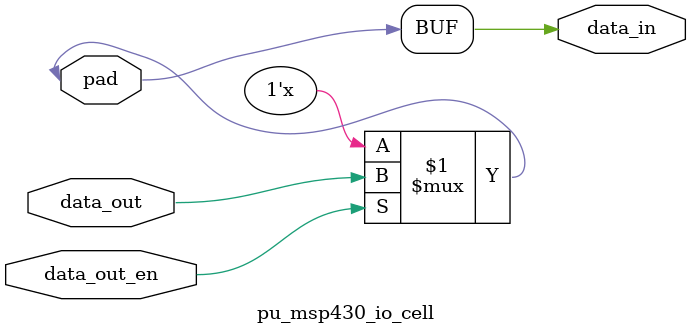
<source format=sv>

module pu_msp430_io_cell (
  // INOUTs
  inout pad,  // I/O Pad

  // OUTPUTs
  output data_in,  // Input value

  // INPUTs
  input data_out_en,  // Output enable
  input data_out      // Output value
);

  //////////////////////////////////////////////////////////////////////////////
  // 1)  I/O CELL
  //////////////////////////////////////////////////////////////////////////////

  assign data_in = pad;
  assign pad     = data_out_en ? data_out : 1'bz;
endmodule  // pu_msp430_io_cell

</source>
